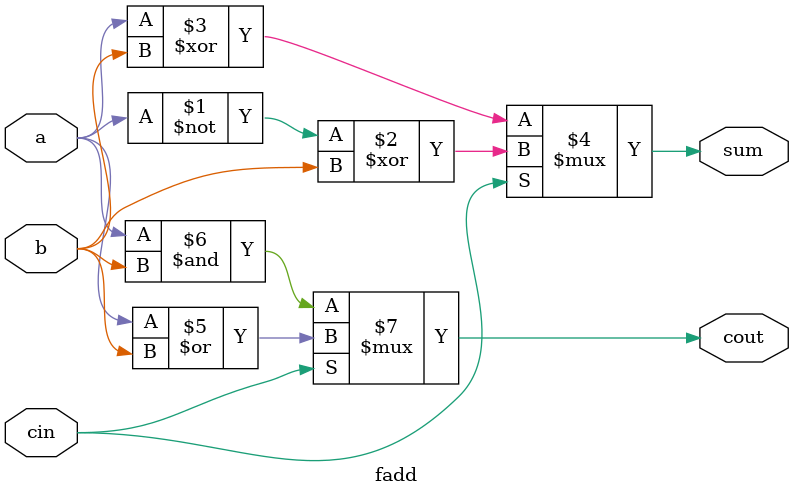
<source format=v>
module top_module( 
    input [99:0] a, b,
    input cin,
    output cout,
    output [99:0] sum );

    wire [99:0]c;

    fadd f1(a[0],b[0],cin,c[0],sum[0]);
    fadd fn[98:0](a[99:1],b[99:1],c[98:0],c[99:1],sum[99:1]);

    assign cout = c[99];

endmodule

module fadd( 
    input a, b, cin,
    output cout, sum );

    assign sum = cin ? (~a^b) : (a^b);
    assign cout = cin ? (a|b) : (a&b);

endmodule

</source>
